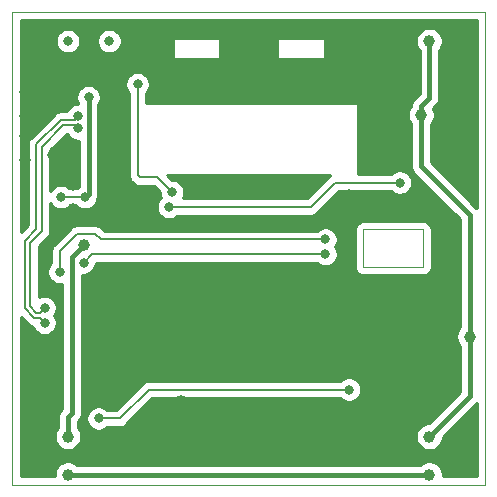
<source format=gbr>
G04 #@! TF.GenerationSoftware,KiCad,Pcbnew,(5.1.4)-1*
G04 #@! TF.CreationDate,2019-10-09T21:16:12+02:00*
G04 #@! TF.ProjectId,Front,46726f6e-742e-46b6-9963-61645f706362,rev?*
G04 #@! TF.SameCoordinates,Original*
G04 #@! TF.FileFunction,Copper,L2,Bot*
G04 #@! TF.FilePolarity,Positive*
%FSLAX46Y46*%
G04 Gerber Fmt 4.6, Leading zero omitted, Abs format (unit mm)*
G04 Created by KiCad (PCBNEW (5.1.4)-1) date 2019-10-09 21:16:12*
%MOMM*%
%LPD*%
G04 APERTURE LIST*
%ADD10C,0.100000*%
%ADD11C,1.000000*%
%ADD12C,0.800000*%
%ADD13C,0.200000*%
%ADD14C,0.400000*%
%ADD15C,0.254000*%
G04 APERTURE END LIST*
D10*
X225200000Y-121400000D02*
X230300000Y-121400000D01*
X225200000Y-124600000D02*
X225200000Y-121400000D01*
X230300000Y-124600000D02*
X225200000Y-124600000D01*
X230300000Y-121400000D02*
X230300000Y-124600000D01*
X195500000Y-143000000D02*
X195500000Y-103000000D01*
X235500000Y-143000000D02*
X195500000Y-143000000D01*
X235500000Y-103000000D02*
X235500000Y-143000000D01*
X195500000Y-103000000D02*
X235500000Y-103000000D01*
D11*
X224000000Y-118445000D03*
X207000000Y-118445000D03*
X196700000Y-140550000D03*
X234300000Y-140550000D03*
X231680000Y-130470000D03*
X234300000Y-105450000D03*
X210050000Y-104400000D03*
X220950000Y-104400000D03*
X209785000Y-135955000D03*
D12*
X215500000Y-118150000D03*
X196940000Y-132990000D03*
X226980000Y-126140000D03*
X204070000Y-140550000D03*
X206610000Y-140550000D03*
X209130000Y-140550000D03*
X211690000Y-140550000D03*
X214220000Y-140550000D03*
X216760000Y-140550000D03*
X219300000Y-140550000D03*
X221850000Y-140550000D03*
X224370000Y-140550000D03*
X226930000Y-140550000D03*
D11*
X215500000Y-104966000D03*
D12*
X229978000Y-134938000D03*
X231756000Y-126810000D03*
X215500000Y-130600000D03*
X204324000Y-114618000D03*
X218802000Y-108776000D03*
X224020000Y-104650000D03*
X226500000Y-109750000D03*
X215500000Y-120850000D03*
D11*
X200640001Y-117630624D03*
X200640001Y-119689377D03*
X196700000Y-105450000D03*
D12*
X229300000Y-109750000D03*
D11*
X234500000Y-115215000D03*
X234500000Y-109965000D03*
X198900000Y-115112500D03*
X196600000Y-115560000D03*
X196600000Y-113490000D03*
X196600000Y-111810000D03*
X196600000Y-109740000D03*
X198900000Y-110187500D03*
D12*
X201950000Y-110200000D03*
X200200000Y-105450000D03*
X203700000Y-105450000D03*
X199614998Y-118660000D03*
X201665002Y-118660000D03*
D11*
X201530000Y-122746000D03*
X234220000Y-130470000D03*
X230800000Y-105450000D03*
X230800000Y-142149990D03*
X200200000Y-142149990D03*
X200200000Y-138950000D03*
X230800000Y-138950000D03*
X230100000Y-111700000D03*
D12*
X228299937Y-117441576D03*
X208750000Y-119500000D03*
X206099990Y-109099990D03*
X209000000Y-118250000D03*
X224000000Y-134955000D03*
X202788127Y-137405746D03*
X222000000Y-123500000D03*
X201530000Y-124210000D03*
X222000000Y-122250000D03*
X199500000Y-125000000D03*
X198225000Y-129305000D03*
X201075002Y-111800000D03*
X198225000Y-128035000D03*
X201075002Y-112850000D03*
D13*
X201099317Y-118660000D02*
X199614998Y-118660000D01*
X201665002Y-118660000D02*
X201099317Y-118660000D01*
D14*
X201950000Y-118375002D02*
X201665002Y-118660000D01*
X201950000Y-110200000D02*
X201950000Y-118375002D01*
X200907106Y-142149990D02*
X230800000Y-142149990D01*
X200200000Y-142149990D02*
X200907106Y-142149990D01*
X200534990Y-123741010D02*
X201530000Y-122746000D01*
X200534990Y-136949010D02*
X200534990Y-123741010D01*
X200200000Y-138950000D02*
X200200000Y-137284000D01*
X200200000Y-137284000D02*
X200534990Y-136949010D01*
X234220000Y-135530000D02*
X234220000Y-135020000D01*
X230800000Y-138950000D02*
X234220000Y-135530000D01*
X234220000Y-135020000D02*
X234220000Y-130470000D01*
X230100000Y-110950000D02*
X230100000Y-111700000D01*
X230800000Y-110250000D02*
X230100000Y-110950000D01*
X230800000Y-105450000D02*
X230800000Y-110250000D01*
X234220000Y-130470000D02*
X234220000Y-120170000D01*
X230100000Y-116050000D02*
X230100000Y-111700000D01*
X234220000Y-120170000D02*
X230100000Y-116050000D01*
D13*
X222808424Y-117441576D02*
X226558424Y-117441576D01*
X228299937Y-117441576D02*
X226558424Y-117441576D01*
X226558424Y-117441576D02*
X226308424Y-117441576D01*
X220750000Y-119500000D02*
X222125000Y-118125000D01*
X208750000Y-119500000D02*
X220750000Y-119500000D01*
X222125000Y-118125000D02*
X222808424Y-117441576D01*
X206099990Y-109400010D02*
X206099990Y-109099990D01*
X206099990Y-116824270D02*
X206099990Y-109400010D01*
X206275730Y-117000010D02*
X206099990Y-116824270D01*
X209000000Y-118250000D02*
X207750010Y-117000010D01*
X207750010Y-117000010D02*
X206275730Y-117000010D01*
X204594254Y-137405746D02*
X202788127Y-137405746D01*
X224000000Y-134955000D02*
X207045000Y-134955000D01*
X207045000Y-134955000D02*
X204594254Y-137405746D01*
X202240000Y-123500000D02*
X201530000Y-124210000D01*
X222000000Y-123500000D02*
X202240000Y-123500000D01*
X222000000Y-122250000D02*
X203000000Y-122250000D01*
X203000000Y-122250000D02*
X202500000Y-121750000D01*
X201000000Y-121750000D02*
X199500000Y-123250000D01*
X202500000Y-121750000D02*
X201000000Y-121750000D01*
X199500000Y-125000000D02*
X199500000Y-123250000D01*
X197815000Y-128895000D02*
X198225000Y-129305000D01*
X197326800Y-128895000D02*
X197815000Y-128895000D01*
X200775002Y-112100000D02*
X199631800Y-112100000D01*
X197525000Y-114206800D02*
X197525000Y-121336800D01*
X201075002Y-111800000D02*
X200775002Y-112100000D01*
X199631800Y-112100000D02*
X197525000Y-114206800D01*
X197525000Y-121336800D02*
X196525000Y-122336800D01*
X196525000Y-122336800D02*
X196525000Y-128093200D01*
X196525000Y-128093200D02*
X197326800Y-128895000D01*
X197975000Y-114393200D02*
X197975000Y-121523200D01*
X199818200Y-112550000D02*
X197975000Y-114393200D01*
X200775002Y-112550000D02*
X199818200Y-112550000D01*
X201075002Y-112850000D02*
X200775002Y-112550000D01*
X197975000Y-121523200D02*
X196975000Y-122523200D01*
X197513200Y-128445000D02*
X197815000Y-128445000D01*
X196975000Y-122523200D02*
X196975000Y-127906800D01*
X197815000Y-128445000D02*
X198225000Y-128035000D01*
X196975000Y-127906800D02*
X197513200Y-128445000D01*
D15*
G36*
X234815000Y-119578792D02*
G01*
X234813291Y-119576709D01*
X234781432Y-119550563D01*
X230935000Y-115704133D01*
X230935000Y-112470132D01*
X230981612Y-112423520D01*
X231105824Y-112237624D01*
X231191383Y-112031067D01*
X231235000Y-111811788D01*
X231235000Y-111588212D01*
X231191383Y-111368933D01*
X231105824Y-111162376D01*
X231090871Y-111139997D01*
X231361426Y-110869442D01*
X231393291Y-110843291D01*
X231497636Y-110716146D01*
X231575172Y-110571087D01*
X231622918Y-110413689D01*
X231635000Y-110291019D01*
X231635000Y-110291009D01*
X231639039Y-110250001D01*
X231635000Y-110208993D01*
X231635000Y-106220132D01*
X231681612Y-106173520D01*
X231805824Y-105987624D01*
X231891383Y-105781067D01*
X231935000Y-105561788D01*
X231935000Y-105338212D01*
X231891383Y-105118933D01*
X231805824Y-104912376D01*
X231681612Y-104726480D01*
X231523520Y-104568388D01*
X231337624Y-104444176D01*
X231131067Y-104358617D01*
X230911788Y-104315000D01*
X230688212Y-104315000D01*
X230468933Y-104358617D01*
X230262376Y-104444176D01*
X230076480Y-104568388D01*
X229918388Y-104726480D01*
X229794176Y-104912376D01*
X229708617Y-105118933D01*
X229665000Y-105338212D01*
X229665000Y-105561788D01*
X229708617Y-105781067D01*
X229794176Y-105987624D01*
X229918388Y-106173520D01*
X229965000Y-106220132D01*
X229965001Y-109904131D01*
X229538578Y-110330554D01*
X229506709Y-110356709D01*
X229402365Y-110483854D01*
X229402364Y-110483855D01*
X229324828Y-110628914D01*
X229277082Y-110786312D01*
X229262718Y-110932150D01*
X229218388Y-110976480D01*
X229094176Y-111162376D01*
X229008617Y-111368933D01*
X228965000Y-111588212D01*
X228965000Y-111811788D01*
X229008617Y-112031067D01*
X229094176Y-112237624D01*
X229218388Y-112423520D01*
X229265001Y-112470133D01*
X229265000Y-116008981D01*
X229260960Y-116050000D01*
X229265000Y-116091018D01*
X229277082Y-116213688D01*
X229324828Y-116371086D01*
X229402364Y-116516145D01*
X229506709Y-116643291D01*
X229538579Y-116669446D01*
X233385001Y-120515870D01*
X233385000Y-129699868D01*
X233338388Y-129746480D01*
X233214176Y-129932376D01*
X233128617Y-130138933D01*
X233085000Y-130358212D01*
X233085000Y-130581788D01*
X233128617Y-130801067D01*
X233214176Y-131007624D01*
X233338388Y-131193520D01*
X233385001Y-131240133D01*
X233385000Y-134978981D01*
X233385000Y-135184132D01*
X230754133Y-137815000D01*
X230688212Y-137815000D01*
X230468933Y-137858617D01*
X230262376Y-137944176D01*
X230076480Y-138068388D01*
X229918388Y-138226480D01*
X229794176Y-138412376D01*
X229708617Y-138618933D01*
X229665000Y-138838212D01*
X229665000Y-139061788D01*
X229708617Y-139281067D01*
X229794176Y-139487624D01*
X229918388Y-139673520D01*
X230076480Y-139831612D01*
X230262376Y-139955824D01*
X230468933Y-140041383D01*
X230688212Y-140085000D01*
X230911788Y-140085000D01*
X231131067Y-140041383D01*
X231337624Y-139955824D01*
X231523520Y-139831612D01*
X231681612Y-139673520D01*
X231805824Y-139487624D01*
X231891383Y-139281067D01*
X231935000Y-139061788D01*
X231935000Y-138995867D01*
X234781428Y-136149440D01*
X234813291Y-136123291D01*
X234815001Y-136121208D01*
X234815001Y-142315000D01*
X231924414Y-142315000D01*
X231935000Y-142261778D01*
X231935000Y-142038202D01*
X231891383Y-141818923D01*
X231805824Y-141612366D01*
X231681612Y-141426470D01*
X231523520Y-141268378D01*
X231337624Y-141144166D01*
X231131067Y-141058607D01*
X230911788Y-141014990D01*
X230688212Y-141014990D01*
X230468933Y-141058607D01*
X230262376Y-141144166D01*
X230076480Y-141268378D01*
X230029868Y-141314990D01*
X200970132Y-141314990D01*
X200923520Y-141268378D01*
X200737624Y-141144166D01*
X200531067Y-141058607D01*
X200311788Y-141014990D01*
X200088212Y-141014990D01*
X199868933Y-141058607D01*
X199662376Y-141144166D01*
X199476480Y-141268378D01*
X199318388Y-141426470D01*
X199194176Y-141612366D01*
X199108617Y-141818923D01*
X199065000Y-142038202D01*
X199065000Y-142261778D01*
X199075586Y-142315000D01*
X196185000Y-142315000D01*
X196185000Y-128792646D01*
X196781546Y-129389193D01*
X196804562Y-129417238D01*
X196916480Y-129509087D01*
X197044167Y-129577337D01*
X197182715Y-129619365D01*
X197237159Y-129624727D01*
X197307795Y-129795256D01*
X197421063Y-129964774D01*
X197565226Y-130108937D01*
X197734744Y-130222205D01*
X197923102Y-130300226D01*
X198123061Y-130340000D01*
X198326939Y-130340000D01*
X198526898Y-130300226D01*
X198715256Y-130222205D01*
X198884774Y-130108937D01*
X199028937Y-129964774D01*
X199142205Y-129795256D01*
X199220226Y-129606898D01*
X199260000Y-129406939D01*
X199260000Y-129203061D01*
X199220226Y-129003102D01*
X199142205Y-128814744D01*
X199045490Y-128670000D01*
X199142205Y-128525256D01*
X199220226Y-128336898D01*
X199260000Y-128136939D01*
X199260000Y-127933061D01*
X199220226Y-127733102D01*
X199142205Y-127544744D01*
X199028937Y-127375226D01*
X198884774Y-127231063D01*
X198715256Y-127117795D01*
X198526898Y-127039774D01*
X198326939Y-127000000D01*
X198123061Y-127000000D01*
X197923102Y-127039774D01*
X197734744Y-127117795D01*
X197710000Y-127134328D01*
X197710000Y-124898061D01*
X198465000Y-124898061D01*
X198465000Y-125101939D01*
X198504774Y-125301898D01*
X198582795Y-125490256D01*
X198696063Y-125659774D01*
X198840226Y-125803937D01*
X199009744Y-125917205D01*
X199198102Y-125995226D01*
X199398061Y-126035000D01*
X199601939Y-126035000D01*
X199699991Y-126015496D01*
X199699990Y-136603143D01*
X199638574Y-136664559D01*
X199606710Y-136690709D01*
X199580562Y-136722571D01*
X199502364Y-136817855D01*
X199424828Y-136962914D01*
X199377082Y-137120312D01*
X199360960Y-137284000D01*
X199365001Y-137325028D01*
X199365000Y-138179868D01*
X199318388Y-138226480D01*
X199194176Y-138412376D01*
X199108617Y-138618933D01*
X199065000Y-138838212D01*
X199065000Y-139061788D01*
X199108617Y-139281067D01*
X199194176Y-139487624D01*
X199318388Y-139673520D01*
X199476480Y-139831612D01*
X199662376Y-139955824D01*
X199868933Y-140041383D01*
X200088212Y-140085000D01*
X200311788Y-140085000D01*
X200531067Y-140041383D01*
X200737624Y-139955824D01*
X200923520Y-139831612D01*
X201081612Y-139673520D01*
X201205824Y-139487624D01*
X201291383Y-139281067D01*
X201335000Y-139061788D01*
X201335000Y-138838212D01*
X201291383Y-138618933D01*
X201205824Y-138412376D01*
X201081612Y-138226480D01*
X201035000Y-138179868D01*
X201035000Y-137629867D01*
X201096412Y-137568455D01*
X201128281Y-137542301D01*
X201232626Y-137415156D01*
X201292143Y-137303807D01*
X201753127Y-137303807D01*
X201753127Y-137507685D01*
X201792901Y-137707644D01*
X201870922Y-137896002D01*
X201984190Y-138065520D01*
X202128353Y-138209683D01*
X202297871Y-138322951D01*
X202486229Y-138400972D01*
X202686188Y-138440746D01*
X202890066Y-138440746D01*
X203090025Y-138400972D01*
X203278383Y-138322951D01*
X203447901Y-138209683D01*
X203516838Y-138140746D01*
X204558149Y-138140746D01*
X204594254Y-138144302D01*
X204630359Y-138140746D01*
X204738339Y-138130111D01*
X204876887Y-138088083D01*
X205004574Y-138019833D01*
X205116492Y-137927984D01*
X205139513Y-137899934D01*
X207349447Y-135690000D01*
X223271289Y-135690000D01*
X223340226Y-135758937D01*
X223509744Y-135872205D01*
X223698102Y-135950226D01*
X223898061Y-135990000D01*
X224101939Y-135990000D01*
X224301898Y-135950226D01*
X224490256Y-135872205D01*
X224659774Y-135758937D01*
X224803937Y-135614774D01*
X224917205Y-135445256D01*
X224995226Y-135256898D01*
X225035000Y-135056939D01*
X225035000Y-134853061D01*
X224995226Y-134653102D01*
X224917205Y-134464744D01*
X224803937Y-134295226D01*
X224659774Y-134151063D01*
X224490256Y-134037795D01*
X224301898Y-133959774D01*
X224101939Y-133920000D01*
X223898061Y-133920000D01*
X223698102Y-133959774D01*
X223509744Y-134037795D01*
X223340226Y-134151063D01*
X223271289Y-134220000D01*
X207081094Y-134220000D01*
X207044999Y-134216445D01*
X207008904Y-134220000D01*
X207008895Y-134220000D01*
X206900915Y-134230635D01*
X206762367Y-134272663D01*
X206634680Y-134340913D01*
X206522762Y-134432762D01*
X206499746Y-134460807D01*
X204289808Y-136670746D01*
X203516838Y-136670746D01*
X203447901Y-136601809D01*
X203278383Y-136488541D01*
X203090025Y-136410520D01*
X202890066Y-136370746D01*
X202686188Y-136370746D01*
X202486229Y-136410520D01*
X202297871Y-136488541D01*
X202128353Y-136601809D01*
X201984190Y-136745972D01*
X201870922Y-136915490D01*
X201792901Y-137103848D01*
X201753127Y-137303807D01*
X201292143Y-137303807D01*
X201310162Y-137270097D01*
X201357908Y-137112699D01*
X201369990Y-136990029D01*
X201369990Y-136990019D01*
X201374029Y-136949011D01*
X201369990Y-136908003D01*
X201369990Y-125233449D01*
X201428061Y-125245000D01*
X201631939Y-125245000D01*
X201831898Y-125205226D01*
X202020256Y-125127205D01*
X202189774Y-125013937D01*
X202333937Y-124869774D01*
X202447205Y-124700256D01*
X202525226Y-124511898D01*
X202565000Y-124311939D01*
X202565000Y-124235000D01*
X221271289Y-124235000D01*
X221340226Y-124303937D01*
X221509744Y-124417205D01*
X221698102Y-124495226D01*
X221898061Y-124535000D01*
X222101939Y-124535000D01*
X222301898Y-124495226D01*
X222490256Y-124417205D01*
X222659774Y-124303937D01*
X222803937Y-124159774D01*
X222917205Y-123990256D01*
X222995226Y-123801898D01*
X223035000Y-123601939D01*
X223035000Y-123398061D01*
X222995226Y-123198102D01*
X222917205Y-123009744D01*
X222827172Y-122875000D01*
X222917205Y-122740256D01*
X222995226Y-122551898D01*
X223035000Y-122351939D01*
X223035000Y-122148061D01*
X222995226Y-121948102D01*
X222917205Y-121759744D01*
X222803937Y-121590226D01*
X222659774Y-121446063D01*
X222590836Y-121400000D01*
X224511686Y-121400000D01*
X224515001Y-121433657D01*
X224515000Y-124566353D01*
X224511686Y-124600000D01*
X224524912Y-124734283D01*
X224564081Y-124863406D01*
X224627688Y-124982407D01*
X224713289Y-125086711D01*
X224783199Y-125144085D01*
X224817593Y-125172312D01*
X224936594Y-125235919D01*
X225065717Y-125275088D01*
X225200000Y-125288314D01*
X225233647Y-125285000D01*
X230266353Y-125285000D01*
X230300000Y-125288314D01*
X230434283Y-125275088D01*
X230563406Y-125235919D01*
X230682407Y-125172312D01*
X230786711Y-125086711D01*
X230872312Y-124982407D01*
X230935919Y-124863406D01*
X230975088Y-124734283D01*
X230985000Y-124633647D01*
X230985000Y-124633646D01*
X230988314Y-124600000D01*
X230985000Y-124566353D01*
X230985000Y-121433647D01*
X230988314Y-121400000D01*
X230975088Y-121265717D01*
X230935919Y-121136594D01*
X230872312Y-121017593D01*
X230786711Y-120913289D01*
X230682407Y-120827688D01*
X230563406Y-120764081D01*
X230434283Y-120724912D01*
X230333647Y-120715000D01*
X230300000Y-120711686D01*
X230266353Y-120715000D01*
X225233647Y-120715000D01*
X225200000Y-120711686D01*
X225166353Y-120715000D01*
X225065717Y-120724912D01*
X224936594Y-120764081D01*
X224817593Y-120827688D01*
X224713289Y-120913289D01*
X224627688Y-121017593D01*
X224564081Y-121136594D01*
X224524912Y-121265717D01*
X224511686Y-121400000D01*
X222590836Y-121400000D01*
X222490256Y-121332795D01*
X222301898Y-121254774D01*
X222101939Y-121215000D01*
X221898061Y-121215000D01*
X221698102Y-121254774D01*
X221509744Y-121332795D01*
X221340226Y-121446063D01*
X221271289Y-121515000D01*
X203304447Y-121515000D01*
X203045258Y-121255812D01*
X203022238Y-121227762D01*
X202910320Y-121135913D01*
X202782633Y-121067663D01*
X202644085Y-121025635D01*
X202536105Y-121015000D01*
X202500000Y-121011444D01*
X202463895Y-121015000D01*
X201036094Y-121015000D01*
X200999999Y-121011445D01*
X200963904Y-121015000D01*
X200963895Y-121015000D01*
X200855915Y-121025635D01*
X200717367Y-121067663D01*
X200589680Y-121135913D01*
X200477762Y-121227762D01*
X200454746Y-121255807D01*
X199005808Y-122704746D01*
X198977763Y-122727762D01*
X198885914Y-122839680D01*
X198836388Y-122932337D01*
X198817664Y-122967367D01*
X198775635Y-123105915D01*
X198761444Y-123250000D01*
X198765001Y-123286115D01*
X198765000Y-124271289D01*
X198696063Y-124340226D01*
X198582795Y-124509744D01*
X198504774Y-124698102D01*
X198465000Y-124898061D01*
X197710000Y-124898061D01*
X197710000Y-122827646D01*
X198469193Y-122068454D01*
X198497238Y-122045438D01*
X198589087Y-121933520D01*
X198610165Y-121894086D01*
X198657337Y-121805834D01*
X198699365Y-121667285D01*
X198713556Y-121523200D01*
X198710000Y-121487095D01*
X198710000Y-119168525D01*
X198811061Y-119319774D01*
X198955224Y-119463937D01*
X199124742Y-119577205D01*
X199313100Y-119655226D01*
X199513059Y-119695000D01*
X199716937Y-119695000D01*
X199916896Y-119655226D01*
X200105254Y-119577205D01*
X200274772Y-119463937D01*
X200343709Y-119395000D01*
X200936291Y-119395000D01*
X201005228Y-119463937D01*
X201174746Y-119577205D01*
X201363104Y-119655226D01*
X201563063Y-119695000D01*
X201766941Y-119695000D01*
X201966900Y-119655226D01*
X202155258Y-119577205D01*
X202324776Y-119463937D01*
X202468939Y-119319774D01*
X202582207Y-119150256D01*
X202660228Y-118961898D01*
X202700002Y-118761939D01*
X202700002Y-118743179D01*
X202725172Y-118696089D01*
X202772918Y-118538691D01*
X202785000Y-118416021D01*
X202789040Y-118375003D01*
X202785000Y-118333984D01*
X202785000Y-110813285D01*
X202867205Y-110690256D01*
X202945226Y-110501898D01*
X202985000Y-110301939D01*
X202985000Y-110098061D01*
X202945226Y-109898102D01*
X202867205Y-109709744D01*
X202753937Y-109540226D01*
X202609774Y-109396063D01*
X202440256Y-109282795D01*
X202251898Y-109204774D01*
X202051939Y-109165000D01*
X201848061Y-109165000D01*
X201648102Y-109204774D01*
X201459744Y-109282795D01*
X201290226Y-109396063D01*
X201146063Y-109540226D01*
X201032795Y-109709744D01*
X200954774Y-109898102D01*
X200915000Y-110098061D01*
X200915000Y-110301939D01*
X200954774Y-110501898D01*
X201032795Y-110690256D01*
X201082737Y-110765000D01*
X200973063Y-110765000D01*
X200773104Y-110804774D01*
X200584746Y-110882795D01*
X200415228Y-110996063D01*
X200271065Y-111140226D01*
X200157797Y-111309744D01*
X200134909Y-111365000D01*
X199667896Y-111365000D01*
X199631799Y-111361445D01*
X199595702Y-111365000D01*
X199595695Y-111365000D01*
X199501932Y-111374235D01*
X199487714Y-111375635D01*
X199445686Y-111388384D01*
X199349167Y-111417663D01*
X199221480Y-111485913D01*
X199109562Y-111577762D01*
X199086546Y-111605807D01*
X197030808Y-113661546D01*
X197002762Y-113684563D01*
X196910913Y-113796481D01*
X196842663Y-113924168D01*
X196824853Y-113982880D01*
X196800635Y-114062715D01*
X196786444Y-114206800D01*
X196790000Y-114242905D01*
X196790001Y-121032352D01*
X196185000Y-121637354D01*
X196185000Y-108998051D01*
X205064990Y-108998051D01*
X205064990Y-109201929D01*
X205104764Y-109401888D01*
X205182785Y-109590246D01*
X205296053Y-109759764D01*
X205364991Y-109828702D01*
X205364990Y-116788165D01*
X205361434Y-116824270D01*
X205364990Y-116860374D01*
X205375625Y-116968354D01*
X205417653Y-117106902D01*
X205485903Y-117234589D01*
X205577752Y-117346507D01*
X205605798Y-117369524D01*
X205730471Y-117494197D01*
X205753492Y-117522248D01*
X205865410Y-117614097D01*
X205993097Y-117682347D01*
X206131098Y-117724209D01*
X206131645Y-117724375D01*
X206275730Y-117738566D01*
X206311835Y-117735010D01*
X207445564Y-117735010D01*
X207965000Y-118254447D01*
X207965000Y-118351939D01*
X208004774Y-118551898D01*
X208072028Y-118714261D01*
X207946063Y-118840226D01*
X207832795Y-119009744D01*
X207754774Y-119198102D01*
X207715000Y-119398061D01*
X207715000Y-119601939D01*
X207754774Y-119801898D01*
X207832795Y-119990256D01*
X207946063Y-120159774D01*
X208090226Y-120303937D01*
X208259744Y-120417205D01*
X208448102Y-120495226D01*
X208648061Y-120535000D01*
X208851939Y-120535000D01*
X209051898Y-120495226D01*
X209240256Y-120417205D01*
X209409774Y-120303937D01*
X209478711Y-120235000D01*
X220713895Y-120235000D01*
X220750000Y-120238556D01*
X220786105Y-120235000D01*
X220894085Y-120224365D01*
X221032633Y-120182337D01*
X221160320Y-120114087D01*
X221272238Y-120022238D01*
X221295258Y-119994188D01*
X222670253Y-118619194D01*
X222670257Y-118619189D01*
X223112871Y-118176576D01*
X227571226Y-118176576D01*
X227640163Y-118245513D01*
X227809681Y-118358781D01*
X227998039Y-118436802D01*
X228197998Y-118476576D01*
X228401876Y-118476576D01*
X228601835Y-118436802D01*
X228790193Y-118358781D01*
X228959711Y-118245513D01*
X229103874Y-118101350D01*
X229217142Y-117931832D01*
X229295163Y-117743474D01*
X229334937Y-117543515D01*
X229334937Y-117339637D01*
X229295163Y-117139678D01*
X229217142Y-116951320D01*
X229103874Y-116781802D01*
X228959711Y-116637639D01*
X228790193Y-116524371D01*
X228601835Y-116446350D01*
X228401876Y-116406576D01*
X228197998Y-116406576D01*
X227998039Y-116446350D01*
X227809681Y-116524371D01*
X227640163Y-116637639D01*
X227571226Y-116706576D01*
X224726352Y-116706576D01*
X224727000Y-116700000D01*
X224727000Y-110800000D01*
X224724560Y-110775224D01*
X224717333Y-110751399D01*
X224705597Y-110729443D01*
X224689803Y-110710197D01*
X224670557Y-110694403D01*
X224648601Y-110682667D01*
X224624776Y-110675440D01*
X224600000Y-110673000D01*
X206834990Y-110673000D01*
X206834990Y-109828701D01*
X206903927Y-109759764D01*
X207017195Y-109590246D01*
X207095216Y-109401888D01*
X207134990Y-109201929D01*
X207134990Y-108998051D01*
X207095216Y-108798092D01*
X207017195Y-108609734D01*
X206903927Y-108440216D01*
X206759764Y-108296053D01*
X206590246Y-108182785D01*
X206401888Y-108104764D01*
X206201929Y-108064990D01*
X205998051Y-108064990D01*
X205798092Y-108104764D01*
X205609734Y-108182785D01*
X205440216Y-108296053D01*
X205296053Y-108440216D01*
X205182785Y-108609734D01*
X205104764Y-108798092D01*
X205064990Y-108998051D01*
X196185000Y-108998051D01*
X196185000Y-105348061D01*
X199165000Y-105348061D01*
X199165000Y-105551939D01*
X199204774Y-105751898D01*
X199282795Y-105940256D01*
X199396063Y-106109774D01*
X199540226Y-106253937D01*
X199709744Y-106367205D01*
X199898102Y-106445226D01*
X200098061Y-106485000D01*
X200301939Y-106485000D01*
X200501898Y-106445226D01*
X200690256Y-106367205D01*
X200859774Y-106253937D01*
X201003937Y-106109774D01*
X201117205Y-105940256D01*
X201195226Y-105751898D01*
X201235000Y-105551939D01*
X201235000Y-105348061D01*
X202665000Y-105348061D01*
X202665000Y-105551939D01*
X202704774Y-105751898D01*
X202782795Y-105940256D01*
X202896063Y-106109774D01*
X203040226Y-106253937D01*
X203209744Y-106367205D01*
X203398102Y-106445226D01*
X203598061Y-106485000D01*
X203801939Y-106485000D01*
X204001898Y-106445226D01*
X204190256Y-106367205D01*
X204359774Y-106253937D01*
X204503937Y-106109774D01*
X204617205Y-105940256D01*
X204695226Y-105751898D01*
X204735000Y-105551939D01*
X204735000Y-105350000D01*
X209073000Y-105350000D01*
X209073000Y-106850000D01*
X209075440Y-106874776D01*
X209082667Y-106898601D01*
X209094403Y-106920557D01*
X209110197Y-106939803D01*
X209129443Y-106955597D01*
X209151399Y-106967333D01*
X209175224Y-106974560D01*
X209200000Y-106977000D01*
X212950000Y-106977000D01*
X212974776Y-106974560D01*
X212998601Y-106967333D01*
X213020557Y-106955597D01*
X213039803Y-106939803D01*
X213055597Y-106920557D01*
X213067333Y-106898601D01*
X213074560Y-106874776D01*
X213077000Y-106850000D01*
X213077000Y-105350000D01*
X217921488Y-105350000D01*
X217921488Y-106850000D01*
X217923928Y-106874776D01*
X217931155Y-106898601D01*
X217942891Y-106920557D01*
X217958685Y-106939803D01*
X217977931Y-106955597D01*
X217999887Y-106967333D01*
X218023712Y-106974560D01*
X218048488Y-106977000D01*
X221798488Y-106977000D01*
X221823264Y-106974560D01*
X221847089Y-106967333D01*
X221869045Y-106955597D01*
X221888291Y-106939803D01*
X221904085Y-106920557D01*
X221915821Y-106898601D01*
X221923048Y-106874776D01*
X221925488Y-106850000D01*
X221925488Y-105350000D01*
X221923048Y-105325224D01*
X221915821Y-105301399D01*
X221904085Y-105279443D01*
X221888291Y-105260197D01*
X221869045Y-105244403D01*
X221847089Y-105232667D01*
X221823264Y-105225440D01*
X221798488Y-105223000D01*
X218048488Y-105223000D01*
X218023712Y-105225440D01*
X217999887Y-105232667D01*
X217977931Y-105244403D01*
X217958685Y-105260197D01*
X217942891Y-105279443D01*
X217931155Y-105301399D01*
X217923928Y-105325224D01*
X217921488Y-105350000D01*
X213077000Y-105350000D01*
X213074560Y-105325224D01*
X213067333Y-105301399D01*
X213055597Y-105279443D01*
X213039803Y-105260197D01*
X213020557Y-105244403D01*
X212998601Y-105232667D01*
X212974776Y-105225440D01*
X212950000Y-105223000D01*
X209200000Y-105223000D01*
X209175224Y-105225440D01*
X209151399Y-105232667D01*
X209129443Y-105244403D01*
X209110197Y-105260197D01*
X209094403Y-105279443D01*
X209082667Y-105301399D01*
X209075440Y-105325224D01*
X209073000Y-105350000D01*
X204735000Y-105350000D01*
X204735000Y-105348061D01*
X204695226Y-105148102D01*
X204617205Y-104959744D01*
X204503937Y-104790226D01*
X204359774Y-104646063D01*
X204190256Y-104532795D01*
X204001898Y-104454774D01*
X203801939Y-104415000D01*
X203598061Y-104415000D01*
X203398102Y-104454774D01*
X203209744Y-104532795D01*
X203040226Y-104646063D01*
X202896063Y-104790226D01*
X202782795Y-104959744D01*
X202704774Y-105148102D01*
X202665000Y-105348061D01*
X201235000Y-105348061D01*
X201195226Y-105148102D01*
X201117205Y-104959744D01*
X201003937Y-104790226D01*
X200859774Y-104646063D01*
X200690256Y-104532795D01*
X200501898Y-104454774D01*
X200301939Y-104415000D01*
X200098061Y-104415000D01*
X199898102Y-104454774D01*
X199709744Y-104532795D01*
X199540226Y-104646063D01*
X199396063Y-104790226D01*
X199282795Y-104959744D01*
X199204774Y-105148102D01*
X199165000Y-105348061D01*
X196185000Y-105348061D01*
X196185000Y-103685000D01*
X234815000Y-103685000D01*
X234815000Y-119578792D01*
X234815000Y-119578792D01*
G37*
X234815000Y-119578792D02*
X234813291Y-119576709D01*
X234781432Y-119550563D01*
X230935000Y-115704133D01*
X230935000Y-112470132D01*
X230981612Y-112423520D01*
X231105824Y-112237624D01*
X231191383Y-112031067D01*
X231235000Y-111811788D01*
X231235000Y-111588212D01*
X231191383Y-111368933D01*
X231105824Y-111162376D01*
X231090871Y-111139997D01*
X231361426Y-110869442D01*
X231393291Y-110843291D01*
X231497636Y-110716146D01*
X231575172Y-110571087D01*
X231622918Y-110413689D01*
X231635000Y-110291019D01*
X231635000Y-110291009D01*
X231639039Y-110250001D01*
X231635000Y-110208993D01*
X231635000Y-106220132D01*
X231681612Y-106173520D01*
X231805824Y-105987624D01*
X231891383Y-105781067D01*
X231935000Y-105561788D01*
X231935000Y-105338212D01*
X231891383Y-105118933D01*
X231805824Y-104912376D01*
X231681612Y-104726480D01*
X231523520Y-104568388D01*
X231337624Y-104444176D01*
X231131067Y-104358617D01*
X230911788Y-104315000D01*
X230688212Y-104315000D01*
X230468933Y-104358617D01*
X230262376Y-104444176D01*
X230076480Y-104568388D01*
X229918388Y-104726480D01*
X229794176Y-104912376D01*
X229708617Y-105118933D01*
X229665000Y-105338212D01*
X229665000Y-105561788D01*
X229708617Y-105781067D01*
X229794176Y-105987624D01*
X229918388Y-106173520D01*
X229965000Y-106220132D01*
X229965001Y-109904131D01*
X229538578Y-110330554D01*
X229506709Y-110356709D01*
X229402365Y-110483854D01*
X229402364Y-110483855D01*
X229324828Y-110628914D01*
X229277082Y-110786312D01*
X229262718Y-110932150D01*
X229218388Y-110976480D01*
X229094176Y-111162376D01*
X229008617Y-111368933D01*
X228965000Y-111588212D01*
X228965000Y-111811788D01*
X229008617Y-112031067D01*
X229094176Y-112237624D01*
X229218388Y-112423520D01*
X229265001Y-112470133D01*
X229265000Y-116008981D01*
X229260960Y-116050000D01*
X229265000Y-116091018D01*
X229277082Y-116213688D01*
X229324828Y-116371086D01*
X229402364Y-116516145D01*
X229506709Y-116643291D01*
X229538579Y-116669446D01*
X233385001Y-120515870D01*
X233385000Y-129699868D01*
X233338388Y-129746480D01*
X233214176Y-129932376D01*
X233128617Y-130138933D01*
X233085000Y-130358212D01*
X233085000Y-130581788D01*
X233128617Y-130801067D01*
X233214176Y-131007624D01*
X233338388Y-131193520D01*
X233385001Y-131240133D01*
X233385000Y-134978981D01*
X233385000Y-135184132D01*
X230754133Y-137815000D01*
X230688212Y-137815000D01*
X230468933Y-137858617D01*
X230262376Y-137944176D01*
X230076480Y-138068388D01*
X229918388Y-138226480D01*
X229794176Y-138412376D01*
X229708617Y-138618933D01*
X229665000Y-138838212D01*
X229665000Y-139061788D01*
X229708617Y-139281067D01*
X229794176Y-139487624D01*
X229918388Y-139673520D01*
X230076480Y-139831612D01*
X230262376Y-139955824D01*
X230468933Y-140041383D01*
X230688212Y-140085000D01*
X230911788Y-140085000D01*
X231131067Y-140041383D01*
X231337624Y-139955824D01*
X231523520Y-139831612D01*
X231681612Y-139673520D01*
X231805824Y-139487624D01*
X231891383Y-139281067D01*
X231935000Y-139061788D01*
X231935000Y-138995867D01*
X234781428Y-136149440D01*
X234813291Y-136123291D01*
X234815001Y-136121208D01*
X234815001Y-142315000D01*
X231924414Y-142315000D01*
X231935000Y-142261778D01*
X231935000Y-142038202D01*
X231891383Y-141818923D01*
X231805824Y-141612366D01*
X231681612Y-141426470D01*
X231523520Y-141268378D01*
X231337624Y-141144166D01*
X231131067Y-141058607D01*
X230911788Y-141014990D01*
X230688212Y-141014990D01*
X230468933Y-141058607D01*
X230262376Y-141144166D01*
X230076480Y-141268378D01*
X230029868Y-141314990D01*
X200970132Y-141314990D01*
X200923520Y-141268378D01*
X200737624Y-141144166D01*
X200531067Y-141058607D01*
X200311788Y-141014990D01*
X200088212Y-141014990D01*
X199868933Y-141058607D01*
X199662376Y-141144166D01*
X199476480Y-141268378D01*
X199318388Y-141426470D01*
X199194176Y-141612366D01*
X199108617Y-141818923D01*
X199065000Y-142038202D01*
X199065000Y-142261778D01*
X199075586Y-142315000D01*
X196185000Y-142315000D01*
X196185000Y-128792646D01*
X196781546Y-129389193D01*
X196804562Y-129417238D01*
X196916480Y-129509087D01*
X197044167Y-129577337D01*
X197182715Y-129619365D01*
X197237159Y-129624727D01*
X197307795Y-129795256D01*
X197421063Y-129964774D01*
X197565226Y-130108937D01*
X197734744Y-130222205D01*
X197923102Y-130300226D01*
X198123061Y-130340000D01*
X198326939Y-130340000D01*
X198526898Y-130300226D01*
X198715256Y-130222205D01*
X198884774Y-130108937D01*
X199028937Y-129964774D01*
X199142205Y-129795256D01*
X199220226Y-129606898D01*
X199260000Y-129406939D01*
X199260000Y-129203061D01*
X199220226Y-129003102D01*
X199142205Y-128814744D01*
X199045490Y-128670000D01*
X199142205Y-128525256D01*
X199220226Y-128336898D01*
X199260000Y-128136939D01*
X199260000Y-127933061D01*
X199220226Y-127733102D01*
X199142205Y-127544744D01*
X199028937Y-127375226D01*
X198884774Y-127231063D01*
X198715256Y-127117795D01*
X198526898Y-127039774D01*
X198326939Y-127000000D01*
X198123061Y-127000000D01*
X197923102Y-127039774D01*
X197734744Y-127117795D01*
X197710000Y-127134328D01*
X197710000Y-124898061D01*
X198465000Y-124898061D01*
X198465000Y-125101939D01*
X198504774Y-125301898D01*
X198582795Y-125490256D01*
X198696063Y-125659774D01*
X198840226Y-125803937D01*
X199009744Y-125917205D01*
X199198102Y-125995226D01*
X199398061Y-126035000D01*
X199601939Y-126035000D01*
X199699991Y-126015496D01*
X199699990Y-136603143D01*
X199638574Y-136664559D01*
X199606710Y-136690709D01*
X199580562Y-136722571D01*
X199502364Y-136817855D01*
X199424828Y-136962914D01*
X199377082Y-137120312D01*
X199360960Y-137284000D01*
X199365001Y-137325028D01*
X199365000Y-138179868D01*
X199318388Y-138226480D01*
X199194176Y-138412376D01*
X199108617Y-138618933D01*
X199065000Y-138838212D01*
X199065000Y-139061788D01*
X199108617Y-139281067D01*
X199194176Y-139487624D01*
X199318388Y-139673520D01*
X199476480Y-139831612D01*
X199662376Y-139955824D01*
X199868933Y-140041383D01*
X200088212Y-140085000D01*
X200311788Y-140085000D01*
X200531067Y-140041383D01*
X200737624Y-139955824D01*
X200923520Y-139831612D01*
X201081612Y-139673520D01*
X201205824Y-139487624D01*
X201291383Y-139281067D01*
X201335000Y-139061788D01*
X201335000Y-138838212D01*
X201291383Y-138618933D01*
X201205824Y-138412376D01*
X201081612Y-138226480D01*
X201035000Y-138179868D01*
X201035000Y-137629867D01*
X201096412Y-137568455D01*
X201128281Y-137542301D01*
X201232626Y-137415156D01*
X201292143Y-137303807D01*
X201753127Y-137303807D01*
X201753127Y-137507685D01*
X201792901Y-137707644D01*
X201870922Y-137896002D01*
X201984190Y-138065520D01*
X202128353Y-138209683D01*
X202297871Y-138322951D01*
X202486229Y-138400972D01*
X202686188Y-138440746D01*
X202890066Y-138440746D01*
X203090025Y-138400972D01*
X203278383Y-138322951D01*
X203447901Y-138209683D01*
X203516838Y-138140746D01*
X204558149Y-138140746D01*
X204594254Y-138144302D01*
X204630359Y-138140746D01*
X204738339Y-138130111D01*
X204876887Y-138088083D01*
X205004574Y-138019833D01*
X205116492Y-137927984D01*
X205139513Y-137899934D01*
X207349447Y-135690000D01*
X223271289Y-135690000D01*
X223340226Y-135758937D01*
X223509744Y-135872205D01*
X223698102Y-135950226D01*
X223898061Y-135990000D01*
X224101939Y-135990000D01*
X224301898Y-135950226D01*
X224490256Y-135872205D01*
X224659774Y-135758937D01*
X224803937Y-135614774D01*
X224917205Y-135445256D01*
X224995226Y-135256898D01*
X225035000Y-135056939D01*
X225035000Y-134853061D01*
X224995226Y-134653102D01*
X224917205Y-134464744D01*
X224803937Y-134295226D01*
X224659774Y-134151063D01*
X224490256Y-134037795D01*
X224301898Y-133959774D01*
X224101939Y-133920000D01*
X223898061Y-133920000D01*
X223698102Y-133959774D01*
X223509744Y-134037795D01*
X223340226Y-134151063D01*
X223271289Y-134220000D01*
X207081094Y-134220000D01*
X207044999Y-134216445D01*
X207008904Y-134220000D01*
X207008895Y-134220000D01*
X206900915Y-134230635D01*
X206762367Y-134272663D01*
X206634680Y-134340913D01*
X206522762Y-134432762D01*
X206499746Y-134460807D01*
X204289808Y-136670746D01*
X203516838Y-136670746D01*
X203447901Y-136601809D01*
X203278383Y-136488541D01*
X203090025Y-136410520D01*
X202890066Y-136370746D01*
X202686188Y-136370746D01*
X202486229Y-136410520D01*
X202297871Y-136488541D01*
X202128353Y-136601809D01*
X201984190Y-136745972D01*
X201870922Y-136915490D01*
X201792901Y-137103848D01*
X201753127Y-137303807D01*
X201292143Y-137303807D01*
X201310162Y-137270097D01*
X201357908Y-137112699D01*
X201369990Y-136990029D01*
X201369990Y-136990019D01*
X201374029Y-136949011D01*
X201369990Y-136908003D01*
X201369990Y-125233449D01*
X201428061Y-125245000D01*
X201631939Y-125245000D01*
X201831898Y-125205226D01*
X202020256Y-125127205D01*
X202189774Y-125013937D01*
X202333937Y-124869774D01*
X202447205Y-124700256D01*
X202525226Y-124511898D01*
X202565000Y-124311939D01*
X202565000Y-124235000D01*
X221271289Y-124235000D01*
X221340226Y-124303937D01*
X221509744Y-124417205D01*
X221698102Y-124495226D01*
X221898061Y-124535000D01*
X222101939Y-124535000D01*
X222301898Y-124495226D01*
X222490256Y-124417205D01*
X222659774Y-124303937D01*
X222803937Y-124159774D01*
X222917205Y-123990256D01*
X222995226Y-123801898D01*
X223035000Y-123601939D01*
X223035000Y-123398061D01*
X222995226Y-123198102D01*
X222917205Y-123009744D01*
X222827172Y-122875000D01*
X222917205Y-122740256D01*
X222995226Y-122551898D01*
X223035000Y-122351939D01*
X223035000Y-122148061D01*
X222995226Y-121948102D01*
X222917205Y-121759744D01*
X222803937Y-121590226D01*
X222659774Y-121446063D01*
X222590836Y-121400000D01*
X224511686Y-121400000D01*
X224515001Y-121433657D01*
X224515000Y-124566353D01*
X224511686Y-124600000D01*
X224524912Y-124734283D01*
X224564081Y-124863406D01*
X224627688Y-124982407D01*
X224713289Y-125086711D01*
X224783199Y-125144085D01*
X224817593Y-125172312D01*
X224936594Y-125235919D01*
X225065717Y-125275088D01*
X225200000Y-125288314D01*
X225233647Y-125285000D01*
X230266353Y-125285000D01*
X230300000Y-125288314D01*
X230434283Y-125275088D01*
X230563406Y-125235919D01*
X230682407Y-125172312D01*
X230786711Y-125086711D01*
X230872312Y-124982407D01*
X230935919Y-124863406D01*
X230975088Y-124734283D01*
X230985000Y-124633647D01*
X230985000Y-124633646D01*
X230988314Y-124600000D01*
X230985000Y-124566353D01*
X230985000Y-121433647D01*
X230988314Y-121400000D01*
X230975088Y-121265717D01*
X230935919Y-121136594D01*
X230872312Y-121017593D01*
X230786711Y-120913289D01*
X230682407Y-120827688D01*
X230563406Y-120764081D01*
X230434283Y-120724912D01*
X230333647Y-120715000D01*
X230300000Y-120711686D01*
X230266353Y-120715000D01*
X225233647Y-120715000D01*
X225200000Y-120711686D01*
X225166353Y-120715000D01*
X225065717Y-120724912D01*
X224936594Y-120764081D01*
X224817593Y-120827688D01*
X224713289Y-120913289D01*
X224627688Y-121017593D01*
X224564081Y-121136594D01*
X224524912Y-121265717D01*
X224511686Y-121400000D01*
X222590836Y-121400000D01*
X222490256Y-121332795D01*
X222301898Y-121254774D01*
X222101939Y-121215000D01*
X221898061Y-121215000D01*
X221698102Y-121254774D01*
X221509744Y-121332795D01*
X221340226Y-121446063D01*
X221271289Y-121515000D01*
X203304447Y-121515000D01*
X203045258Y-121255812D01*
X203022238Y-121227762D01*
X202910320Y-121135913D01*
X202782633Y-121067663D01*
X202644085Y-121025635D01*
X202536105Y-121015000D01*
X202500000Y-121011444D01*
X202463895Y-121015000D01*
X201036094Y-121015000D01*
X200999999Y-121011445D01*
X200963904Y-121015000D01*
X200963895Y-121015000D01*
X200855915Y-121025635D01*
X200717367Y-121067663D01*
X200589680Y-121135913D01*
X200477762Y-121227762D01*
X200454746Y-121255807D01*
X199005808Y-122704746D01*
X198977763Y-122727762D01*
X198885914Y-122839680D01*
X198836388Y-122932337D01*
X198817664Y-122967367D01*
X198775635Y-123105915D01*
X198761444Y-123250000D01*
X198765001Y-123286115D01*
X198765000Y-124271289D01*
X198696063Y-124340226D01*
X198582795Y-124509744D01*
X198504774Y-124698102D01*
X198465000Y-124898061D01*
X197710000Y-124898061D01*
X197710000Y-122827646D01*
X198469193Y-122068454D01*
X198497238Y-122045438D01*
X198589087Y-121933520D01*
X198610165Y-121894086D01*
X198657337Y-121805834D01*
X198699365Y-121667285D01*
X198713556Y-121523200D01*
X198710000Y-121487095D01*
X198710000Y-119168525D01*
X198811061Y-119319774D01*
X198955224Y-119463937D01*
X199124742Y-119577205D01*
X199313100Y-119655226D01*
X199513059Y-119695000D01*
X199716937Y-119695000D01*
X199916896Y-119655226D01*
X200105254Y-119577205D01*
X200274772Y-119463937D01*
X200343709Y-119395000D01*
X200936291Y-119395000D01*
X201005228Y-119463937D01*
X201174746Y-119577205D01*
X201363104Y-119655226D01*
X201563063Y-119695000D01*
X201766941Y-119695000D01*
X201966900Y-119655226D01*
X202155258Y-119577205D01*
X202324776Y-119463937D01*
X202468939Y-119319774D01*
X202582207Y-119150256D01*
X202660228Y-118961898D01*
X202700002Y-118761939D01*
X202700002Y-118743179D01*
X202725172Y-118696089D01*
X202772918Y-118538691D01*
X202785000Y-118416021D01*
X202789040Y-118375003D01*
X202785000Y-118333984D01*
X202785000Y-110813285D01*
X202867205Y-110690256D01*
X202945226Y-110501898D01*
X202985000Y-110301939D01*
X202985000Y-110098061D01*
X202945226Y-109898102D01*
X202867205Y-109709744D01*
X202753937Y-109540226D01*
X202609774Y-109396063D01*
X202440256Y-109282795D01*
X202251898Y-109204774D01*
X202051939Y-109165000D01*
X201848061Y-109165000D01*
X201648102Y-109204774D01*
X201459744Y-109282795D01*
X201290226Y-109396063D01*
X201146063Y-109540226D01*
X201032795Y-109709744D01*
X200954774Y-109898102D01*
X200915000Y-110098061D01*
X200915000Y-110301939D01*
X200954774Y-110501898D01*
X201032795Y-110690256D01*
X201082737Y-110765000D01*
X200973063Y-110765000D01*
X200773104Y-110804774D01*
X200584746Y-110882795D01*
X200415228Y-110996063D01*
X200271065Y-111140226D01*
X200157797Y-111309744D01*
X200134909Y-111365000D01*
X199667896Y-111365000D01*
X199631799Y-111361445D01*
X199595702Y-111365000D01*
X199595695Y-111365000D01*
X199501932Y-111374235D01*
X199487714Y-111375635D01*
X199445686Y-111388384D01*
X199349167Y-111417663D01*
X199221480Y-111485913D01*
X199109562Y-111577762D01*
X199086546Y-111605807D01*
X197030808Y-113661546D01*
X197002762Y-113684563D01*
X196910913Y-113796481D01*
X196842663Y-113924168D01*
X196824853Y-113982880D01*
X196800635Y-114062715D01*
X196786444Y-114206800D01*
X196790000Y-114242905D01*
X196790001Y-121032352D01*
X196185000Y-121637354D01*
X196185000Y-108998051D01*
X205064990Y-108998051D01*
X205064990Y-109201929D01*
X205104764Y-109401888D01*
X205182785Y-109590246D01*
X205296053Y-109759764D01*
X205364991Y-109828702D01*
X205364990Y-116788165D01*
X205361434Y-116824270D01*
X205364990Y-116860374D01*
X205375625Y-116968354D01*
X205417653Y-117106902D01*
X205485903Y-117234589D01*
X205577752Y-117346507D01*
X205605798Y-117369524D01*
X205730471Y-117494197D01*
X205753492Y-117522248D01*
X205865410Y-117614097D01*
X205993097Y-117682347D01*
X206131098Y-117724209D01*
X206131645Y-117724375D01*
X206275730Y-117738566D01*
X206311835Y-117735010D01*
X207445564Y-117735010D01*
X207965000Y-118254447D01*
X207965000Y-118351939D01*
X208004774Y-118551898D01*
X208072028Y-118714261D01*
X207946063Y-118840226D01*
X207832795Y-119009744D01*
X207754774Y-119198102D01*
X207715000Y-119398061D01*
X207715000Y-119601939D01*
X207754774Y-119801898D01*
X207832795Y-119990256D01*
X207946063Y-120159774D01*
X208090226Y-120303937D01*
X208259744Y-120417205D01*
X208448102Y-120495226D01*
X208648061Y-120535000D01*
X208851939Y-120535000D01*
X209051898Y-120495226D01*
X209240256Y-120417205D01*
X209409774Y-120303937D01*
X209478711Y-120235000D01*
X220713895Y-120235000D01*
X220750000Y-120238556D01*
X220786105Y-120235000D01*
X220894085Y-120224365D01*
X221032633Y-120182337D01*
X221160320Y-120114087D01*
X221272238Y-120022238D01*
X221295258Y-119994188D01*
X222670253Y-118619194D01*
X222670257Y-118619189D01*
X223112871Y-118176576D01*
X227571226Y-118176576D01*
X227640163Y-118245513D01*
X227809681Y-118358781D01*
X227998039Y-118436802D01*
X228197998Y-118476576D01*
X228401876Y-118476576D01*
X228601835Y-118436802D01*
X228790193Y-118358781D01*
X228959711Y-118245513D01*
X229103874Y-118101350D01*
X229217142Y-117931832D01*
X229295163Y-117743474D01*
X229334937Y-117543515D01*
X229334937Y-117339637D01*
X229295163Y-117139678D01*
X229217142Y-116951320D01*
X229103874Y-116781802D01*
X228959711Y-116637639D01*
X228790193Y-116524371D01*
X228601835Y-116446350D01*
X228401876Y-116406576D01*
X228197998Y-116406576D01*
X227998039Y-116446350D01*
X227809681Y-116524371D01*
X227640163Y-116637639D01*
X227571226Y-116706576D01*
X224726352Y-116706576D01*
X224727000Y-116700000D01*
X224727000Y-110800000D01*
X224724560Y-110775224D01*
X224717333Y-110751399D01*
X224705597Y-110729443D01*
X224689803Y-110710197D01*
X224670557Y-110694403D01*
X224648601Y-110682667D01*
X224624776Y-110675440D01*
X224600000Y-110673000D01*
X206834990Y-110673000D01*
X206834990Y-109828701D01*
X206903927Y-109759764D01*
X207017195Y-109590246D01*
X207095216Y-109401888D01*
X207134990Y-109201929D01*
X207134990Y-108998051D01*
X207095216Y-108798092D01*
X207017195Y-108609734D01*
X206903927Y-108440216D01*
X206759764Y-108296053D01*
X206590246Y-108182785D01*
X206401888Y-108104764D01*
X206201929Y-108064990D01*
X205998051Y-108064990D01*
X205798092Y-108104764D01*
X205609734Y-108182785D01*
X205440216Y-108296053D01*
X205296053Y-108440216D01*
X205182785Y-108609734D01*
X205104764Y-108798092D01*
X205064990Y-108998051D01*
X196185000Y-108998051D01*
X196185000Y-105348061D01*
X199165000Y-105348061D01*
X199165000Y-105551939D01*
X199204774Y-105751898D01*
X199282795Y-105940256D01*
X199396063Y-106109774D01*
X199540226Y-106253937D01*
X199709744Y-106367205D01*
X199898102Y-106445226D01*
X200098061Y-106485000D01*
X200301939Y-106485000D01*
X200501898Y-106445226D01*
X200690256Y-106367205D01*
X200859774Y-106253937D01*
X201003937Y-106109774D01*
X201117205Y-105940256D01*
X201195226Y-105751898D01*
X201235000Y-105551939D01*
X201235000Y-105348061D01*
X202665000Y-105348061D01*
X202665000Y-105551939D01*
X202704774Y-105751898D01*
X202782795Y-105940256D01*
X202896063Y-106109774D01*
X203040226Y-106253937D01*
X203209744Y-106367205D01*
X203398102Y-106445226D01*
X203598061Y-106485000D01*
X203801939Y-106485000D01*
X204001898Y-106445226D01*
X204190256Y-106367205D01*
X204359774Y-106253937D01*
X204503937Y-106109774D01*
X204617205Y-105940256D01*
X204695226Y-105751898D01*
X204735000Y-105551939D01*
X204735000Y-105350000D01*
X209073000Y-105350000D01*
X209073000Y-106850000D01*
X209075440Y-106874776D01*
X209082667Y-106898601D01*
X209094403Y-106920557D01*
X209110197Y-106939803D01*
X209129443Y-106955597D01*
X209151399Y-106967333D01*
X209175224Y-106974560D01*
X209200000Y-106977000D01*
X212950000Y-106977000D01*
X212974776Y-106974560D01*
X212998601Y-106967333D01*
X213020557Y-106955597D01*
X213039803Y-106939803D01*
X213055597Y-106920557D01*
X213067333Y-106898601D01*
X213074560Y-106874776D01*
X213077000Y-106850000D01*
X213077000Y-105350000D01*
X217921488Y-105350000D01*
X217921488Y-106850000D01*
X217923928Y-106874776D01*
X217931155Y-106898601D01*
X217942891Y-106920557D01*
X217958685Y-106939803D01*
X217977931Y-106955597D01*
X217999887Y-106967333D01*
X218023712Y-106974560D01*
X218048488Y-106977000D01*
X221798488Y-106977000D01*
X221823264Y-106974560D01*
X221847089Y-106967333D01*
X221869045Y-106955597D01*
X221888291Y-106939803D01*
X221904085Y-106920557D01*
X221915821Y-106898601D01*
X221923048Y-106874776D01*
X221925488Y-106850000D01*
X221925488Y-105350000D01*
X221923048Y-105325224D01*
X221915821Y-105301399D01*
X221904085Y-105279443D01*
X221888291Y-105260197D01*
X221869045Y-105244403D01*
X221847089Y-105232667D01*
X221823264Y-105225440D01*
X221798488Y-105223000D01*
X218048488Y-105223000D01*
X218023712Y-105225440D01*
X217999887Y-105232667D01*
X217977931Y-105244403D01*
X217958685Y-105260197D01*
X217942891Y-105279443D01*
X217931155Y-105301399D01*
X217923928Y-105325224D01*
X217921488Y-105350000D01*
X213077000Y-105350000D01*
X213074560Y-105325224D01*
X213067333Y-105301399D01*
X213055597Y-105279443D01*
X213039803Y-105260197D01*
X213020557Y-105244403D01*
X212998601Y-105232667D01*
X212974776Y-105225440D01*
X212950000Y-105223000D01*
X209200000Y-105223000D01*
X209175224Y-105225440D01*
X209151399Y-105232667D01*
X209129443Y-105244403D01*
X209110197Y-105260197D01*
X209094403Y-105279443D01*
X209082667Y-105301399D01*
X209075440Y-105325224D01*
X209073000Y-105350000D01*
X204735000Y-105350000D01*
X204735000Y-105348061D01*
X204695226Y-105148102D01*
X204617205Y-104959744D01*
X204503937Y-104790226D01*
X204359774Y-104646063D01*
X204190256Y-104532795D01*
X204001898Y-104454774D01*
X203801939Y-104415000D01*
X203598061Y-104415000D01*
X203398102Y-104454774D01*
X203209744Y-104532795D01*
X203040226Y-104646063D01*
X202896063Y-104790226D01*
X202782795Y-104959744D01*
X202704774Y-105148102D01*
X202665000Y-105348061D01*
X201235000Y-105348061D01*
X201195226Y-105148102D01*
X201117205Y-104959744D01*
X201003937Y-104790226D01*
X200859774Y-104646063D01*
X200690256Y-104532795D01*
X200501898Y-104454774D01*
X200301939Y-104415000D01*
X200098061Y-104415000D01*
X199898102Y-104454774D01*
X199709744Y-104532795D01*
X199540226Y-104646063D01*
X199396063Y-104790226D01*
X199282795Y-104959744D01*
X199204774Y-105148102D01*
X199165000Y-105348061D01*
X196185000Y-105348061D01*
X196185000Y-103685000D01*
X234815000Y-103685000D01*
X234815000Y-119578792D01*
G36*
X222398104Y-116827489D02*
G01*
X222286186Y-116919338D01*
X222263170Y-116947383D01*
X221630811Y-117579743D01*
X221630806Y-117579747D01*
X220445554Y-118765000D01*
X209900672Y-118765000D01*
X209917205Y-118740256D01*
X209995226Y-118551898D01*
X210035000Y-118351939D01*
X210035000Y-118148061D01*
X209995226Y-117948102D01*
X209917205Y-117759744D01*
X209803937Y-117590226D01*
X209659774Y-117446063D01*
X209490256Y-117332795D01*
X209301898Y-117254774D01*
X209101939Y-117215000D01*
X209004447Y-117215000D01*
X208616446Y-116827000D01*
X222399019Y-116827000D01*
X222398104Y-116827489D01*
X222398104Y-116827489D01*
G37*
X222398104Y-116827489D02*
X222286186Y-116919338D01*
X222263170Y-116947383D01*
X221630811Y-117579743D01*
X221630806Y-117579747D01*
X220445554Y-118765000D01*
X209900672Y-118765000D01*
X209917205Y-118740256D01*
X209995226Y-118551898D01*
X210035000Y-118351939D01*
X210035000Y-118148061D01*
X209995226Y-117948102D01*
X209917205Y-117759744D01*
X209803937Y-117590226D01*
X209659774Y-117446063D01*
X209490256Y-117332795D01*
X209301898Y-117254774D01*
X209101939Y-117215000D01*
X209004447Y-117215000D01*
X208616446Y-116827000D01*
X222399019Y-116827000D01*
X222398104Y-116827489D01*
G36*
X200157797Y-113340256D02*
G01*
X200271065Y-113509774D01*
X200415228Y-113653937D01*
X200584746Y-113767205D01*
X200773104Y-113845226D01*
X200973063Y-113885000D01*
X201115000Y-113885000D01*
X201115001Y-117782715D01*
X201005228Y-117856063D01*
X200936291Y-117925000D01*
X200343709Y-117925000D01*
X200274772Y-117856063D01*
X200105254Y-117742795D01*
X199916896Y-117664774D01*
X199716937Y-117625000D01*
X199513059Y-117625000D01*
X199313100Y-117664774D01*
X199124742Y-117742795D01*
X198955224Y-117856063D01*
X198811061Y-118000226D01*
X198710000Y-118151475D01*
X198710000Y-114697646D01*
X200122647Y-113285000D01*
X200134909Y-113285000D01*
X200157797Y-113340256D01*
X200157797Y-113340256D01*
G37*
X200157797Y-113340256D02*
X200271065Y-113509774D01*
X200415228Y-113653937D01*
X200584746Y-113767205D01*
X200773104Y-113845226D01*
X200973063Y-113885000D01*
X201115000Y-113885000D01*
X201115001Y-117782715D01*
X201005228Y-117856063D01*
X200936291Y-117925000D01*
X200343709Y-117925000D01*
X200274772Y-117856063D01*
X200105254Y-117742795D01*
X199916896Y-117664774D01*
X199716937Y-117625000D01*
X199513059Y-117625000D01*
X199313100Y-117664774D01*
X199124742Y-117742795D01*
X198955224Y-117856063D01*
X198811061Y-118000226D01*
X198710000Y-118151475D01*
X198710000Y-114697646D01*
X200122647Y-113285000D01*
X200134909Y-113285000D01*
X200157797Y-113340256D01*
M02*

</source>
